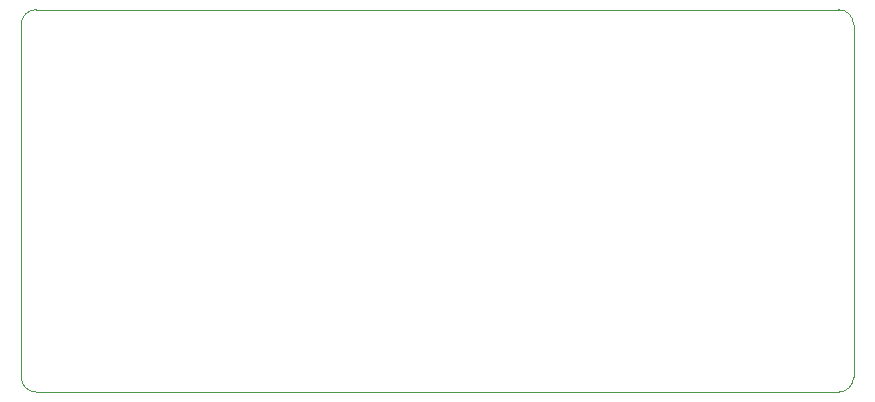
<source format=gbr>
%TF.GenerationSoftware,KiCad,Pcbnew,(5.1.12)-1*%
%TF.CreationDate,2022-03-31T08:39:47-05:00*%
%TF.ProjectId,Power_Board,506f7765-725f-4426-9f61-72642e6b6963,rev?*%
%TF.SameCoordinates,Original*%
%TF.FileFunction,Profile,NP*%
%FSLAX46Y46*%
G04 Gerber Fmt 4.6, Leading zero omitted, Abs format (unit mm)*
G04 Created by KiCad (PCBNEW (5.1.12)-1) date 2022-03-31 08:39:47*
%MOMM*%
%LPD*%
G01*
G04 APERTURE LIST*
%TA.AperFunction,Profile*%
%ADD10C,0.050000*%
%TD*%
G04 APERTURE END LIST*
D10*
X115062000Y-103632000D02*
G75*
G02*
X113792000Y-102362000I0J1270000D01*
G01*
X184277000Y-102362000D02*
G75*
G02*
X183007000Y-103632000I-1270000J0D01*
G01*
X183007000Y-71247000D02*
G75*
G02*
X184277000Y-72517000I0J-1270000D01*
G01*
X113792000Y-72517000D02*
G75*
G02*
X115062000Y-71247000I1270000J0D01*
G01*
X113792000Y-72517000D02*
X113792000Y-102362000D01*
X183007000Y-71247000D02*
X115062000Y-71247000D01*
X184277000Y-102362000D02*
X184277000Y-72517000D01*
X115062000Y-103632000D02*
X183007000Y-103632000D01*
M02*

</source>
